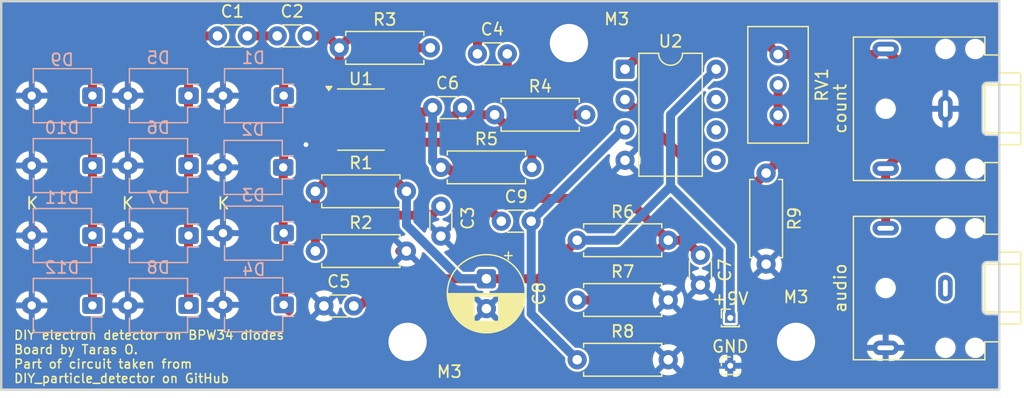
<source format=kicad_pcb>
(kicad_pcb (version 20241229) (generator "pcbnew") (generator_version "9.0")
  (title_block (title "DIY Particle Detector") (date "2018-06-01") (rev "V1.2") (company "CERN") (comment 1 "CERN open hardware license V1.2") (comment 2 "Oliver Keller"))
  (layers (0 "F.Cu" signal) (2 "B.Cu" power) (13 "F.Paste" user) (15 "B.Paste" user) (5 "F.SilkS" user "F.Silkscreen") (7 "B.SilkS" user "B.Silkscreen") (1 "F.Mask" user) (3 "B.Mask" user) (25 "Edge.Cuts" user))
  (net 0 "")
  (net 1 "Net-(D1-K)")
  (net 2 "Net-(C1-Pad2)")
  (net 3 "Net-(U1-Out1)")
  (net 4 "GND")
  (net 5 "Net-(U1-In1+)")
  (net 6 "Net-(U1-Out2)")
  (net 7 "+9V")
  (net 8 "/Output")
  (net 9 "Net-(C4-Pad2)")
  (net 10 "Net-(U1-In2-)")
  (net 11 "Net-(U1-In2+)")
  (net 12 "Net-(J3-PadR)")
  (net 14 "Net-(U2A--)")
  (footprint "Package_SO:JEITA_SOIC-8_3.9x4.9mm_P1.27mm" (layer "F.Cu") (at 84.595 65.905)
    (property "Reference" "U1" (at 0 -3.4 0) (layer "F.SilkS"))
    (property "Value" "OPA2140")
    (pad "1" smd roundrect (at -2.65 -1.905) (size 1.5 0.55) (layers "F.Cu" "F.Mask" "F.Paste") (net 3 "Net-(U1-Out1)"))
    (pad "2" smd roundrect (at -2.65 -0.635) (size 1.5 0.55) (layers "F.Cu" "F.Mask" "F.Paste") (net 1 "Net-(D1-K)"))
    (pad "3" smd roundrect (at -2.65 0.635) (size 1.5 0.55) (layers "F.Cu" "F.Mask" "F.Paste") (net 5 "Net-(U1-In1+)"))
    (pad "4" smd roundrect (at -2.65 1.905) (size 1.5 0.55) (layers "F.Cu" "F.Mask" "F.Paste") (net 4 "GND"))
    (pad "5" smd roundrect (at 2.65 1.905) (size 1.5 0.55) (layers "F.Cu" "F.Mask" "F.Paste") (net 11 "Net-(U1-In2+)"))
    (pad "6" smd roundrect (at 2.65 0.635) (size 1.5 0.55) (layers "F.Cu" "F.Mask" "F.Paste") (net 10 "Net-(U1-In2-)"))
    (pad "7" smd roundrect (at 2.65 -0.635) (size 1.5 0.55) (layers "F.Cu" "F.Mask" "F.Paste") (net 6 "Net-(U1-Out2)"))
    (pad "8" smd roundrect (at 2.65 -1.905) (size 1.5 0.55) (layers "F.Cu" "F.Mask" "F.Paste") (net 7 "+9V"))
  )
  (footprint "Capacitor_THT:C_Disc_D3.0mm_W1.6mm_P2.50mm" (layer "F.Cu") (at 96.345 74.405)
    (property "Reference" "C9" (at 1.25 -2.05 0) (layer "F.SilkS"))
    (property "Value" "100n")
    (pad "1" thru_hole circle (at 0 0) (size 1.6 1.6) (drill 0.8) (layers "*.Cu" "*.Mask") (net 6 "Net-(U1-Out2)"))
    (pad "2" thru_hole circle (at 2.5 0) (size 1.6 1.6) (drill 0.8) (layers "*.Cu" "*.Mask") (net 8 "/Output"))
  )
  (footprint "Capacitor_THT:C_Disc_D3.0mm_W1.6mm_P2.50mm" (layer "F.Cu") (at 113 77.25 -90)
    (property "Reference" "C7" (at 1.25 -2.05 90) (layer "F.SilkS"))
    (property "Value" "100n")
    (pad "1" thru_hole circle (at 0 0 270) (size 1.6 1.6) (drill 0.8) (layers "*.Cu" "*.Mask") (net 11 "Net-(U1-In2+)"))
    (pad "2" thru_hole circle (at 2.5 0 270) (size 1.6 1.6) (drill 0.8) (layers "*.Cu" "*.Mask") (net 4 "GND"))
  )
  (footprint "Resistor_THT:R_Axial_DIN0207_L6.3mm_D2.5mm_P7.62mm_Horizontal" (layer "F.Cu") (at 102.69 76)
    (property "Reference" "R6" (at 3.81 -2.37 0) (layer "F.SilkS"))
    (property "Value" "10k")
    (pad "1" thru_hole circle (at 0 0) (size 1.6 1.6) (drill 0.8) (layers "*.Cu" "*.Mask") (net 7 "+9V"))
    (pad "2" thru_hole circle (at 7.62 0) (size 1.6 1.6) (drill 0.8) (layers "*.Cu" "*.Mask") (net 11 "Net-(U1-In2+)"))
  )
  (footprint "Connector_PinHeader_1.00mm:PinHeader_1x01_P1.00mm_Vertical" (layer "F.Cu") (at 115.5 82.5)
    (property "Reference" "+9V" (at 0 -1.61 0) (layer "F.SilkS"))
    (property "Value" "+9V")
    (pad "1" thru_hole rect (at 0 0) (size 0.85 0.85) (drill 0.5) (layers "*.Cu" "*.Mask") (net 7 "+9V"))
  )
  (footprint "Capacitor_THT:CP_Radial_D6.3mm_P2.50mm" (layer "F.Cu") (at 95.095 79.222621 -90)
    (property "Reference" "C8" (at 1.25 -4.4 90) (layer "F.SilkS"))
    (property "Value" "47u")
    (pad "1" thru_hole roundrect (at 0 0 270) (size 1.6 1.6) (drill 0.8) (layers "*.Cu" "*.Mask") (roundrect_rratio 0.15625) (net 7 "+9V"))
    (pad "2" thru_hole circle (at 2.5 0 270) (size 1.6 1.6) (drill 0.8) (layers "*.Cu" "*.Mask") (net 4 "GND"))
  )
  (footprint "Resistor_THT:R_Axial_DIN0207_L6.3mm_D2.5mm_P7.62mm_Horizontal" (layer "F.Cu") (at 80.785 71.905)
    (property "Reference" "R1" (at 3.81 -2.37 0) (layer "F.SilkS"))
    (property "Value" "4k7")
    (pad "1" thru_hole circle (at 0 0) (size 1.6 1.6) (drill 0.8) (layers "*.Cu" "*.Mask") (net 5 "Net-(U1-In1+)"))
    (pad "2" thru_hole circle (at 7.62 0) (size 1.6 1.6) (drill 0.8) (layers "*.Cu" "*.Mask") (net 7 "+9V"))
  )
  (footprint "Resistor_THT:R_Axial_DIN0207_L6.3mm_D2.5mm_P7.62mm_Horizontal" (layer "F.Cu") (at 95.785 65.5)
    (property "Reference" "R4" (at 3.81 -2.37 0) (layer "F.SilkS"))
    (property "Value" "1K")
    (pad "1" thru_hole circle (at 0 0) (size 1.6 1.6) (drill 0.8) (layers "*.Cu" "*.Mask") (net 10 "Net-(U1-In2-)"))
    (pad "2" thru_hole circle (at 7.62 0) (size 1.6 1.6) (drill 0.8) (layers "*.Cu" "*.Mask") (net 9 "Net-(C4-Pad2)"))
  )
  (footprint "Connector_Audio:Jack_3.5mm_CUI_SJ1-3523N_Horizontal" (layer "F.Cu") (at 133.5 65 90)
    (property "Reference" "count" (at 0 -8.8 90) (layer "F.SilkS"))
    (property "Value" "spectrum")
    (fp_line (start 1.8 3.1) (end -1.8 3.1) (stroke (width 0.12)) (layer "Edge.Cuts"))
    (fp_line (start 2.2 3.5) (end 2.2 4.5) (stroke (width 0.12)) (layer "Edge.Cuts"))
    (fp_line (start -2.2 3.5) (end -2.2 4.5) (stroke (width 0.12)) (layer "Edge.Cuts"))
    (fp_line (start 2.2 4.5) (end 6.5 4.5) (stroke (width 0.12)) (layer "Edge.Cuts"))
    (fp_line (start -2.2 4.5) (end -6.5 4.5) (stroke (width 0.12)) (layer "Edge.Cuts"))
    (fp_arc (start 1.8 3.1) (mid 2.082843 3.217157) (end 2.2 3.5) (stroke (width 0.12)) (layer "Edge.Cuts"))
    (fp_arc (start -2.2 3.5) (mid -2.082843 3.217158) (end -1.8 3.1) (stroke (width 0.12)) (layer "Edge.Cuts"))
    (pad "" np_thru_hole circle (at -5 0 90) (size 1.2 1.2) (drill 1.2) (layers "*.Cu" "*.Mask"))
    (pad "" np_thru_hole circle (at -5 2.5 90) (size 1.2 1.2) (drill 1.2) (layers "*.Cu" "*.Mask"))
    (pad "" np_thru_hole circle (at 0 -5 90) (size 1.2 1.2) (drill 1.2) (layers "*.Cu" "*.Mask"))
    (pad "" np_thru_hole circle (at 5 0 90) (size 1.2 1.2) (drill 1.2) (layers "*.Cu" "*.Mask"))
    (pad "" np_thru_hole circle (at 5 2.5 90) (size 1.2 1.2) (drill 1.2) (layers "*.Cu" "*.Mask"))
    (pad "R" thru_hole oval (at -5 -5 90) (size 1.2 2.2) (drill oval 0.4 1.4) (layers "*.Cu" "*.Mask") (net 12 "Net-(J3-PadR)"))
    (pad "S" thru_hole oval (at 0 0 90) (size 2.2 1.2) (drill oval 1.4 0.4) (layers "*.Cu" "*.Mask") (net 4 "GND"))
    (pad "T" thru_hole oval (at 5 -5 270) (size 1.2 2.2) (drill oval 0.4 1.4) (layers "*.Cu" "*.Mask") (net 12 "Net-(J3-PadR)"))
  )
  (footprint "Package_DIP:DIP-8_W7.62mm" (layer "F.Cu") (at 106.695 61.69)
    (property "Reference" "U2" (at 3.81 -2.33 0) (layer "F.SilkS"))
    (property "Value" "LM358")
    (pad "1" thru_hole roundrect (at 0 0) (size 1.6 1.6) (drill 0.8) (layers "*.Cu" "*.Mask") (roundrect_rratio 0.15625) (net 12 "Net-(J3-PadR)"))
    (pad "2" thru_hole circle (at 0 2.54) (size 1.6 1.6) (drill 0.8) (layers "*.Cu" "*.Mask") (net 14 "Net-(U2A--)"))
    (pad "3" thru_hole circle (at 0 5.08) (size 1.6 1.6) (drill 0.8) (layers "*.Cu" "*.Mask") (net 8 "/Output"))
    (pad "4" thru_hole circle (at 0 7.62) (size 1.6 1.6) (drill 0.8) (layers "*.Cu" "*.Mask") (net 4 "GND"))
    (pad "5" thru_hole circle (at 7.62 7.62) (size 1.6 1.6) (drill 0.8) (layers "*.Cu" "*.Mask"))
    (pad "6" thru_hole circle (at 7.62 5.08) (size 1.6 1.6) (drill 0.8) (layers "*.Cu" "*.Mask"))
    (pad "7" thru_hole circle (at 7.62 2.54) (size 1.6 1.6) (drill 0.8) (layers "*.Cu" "*.Mask"))
    (pad "8" thru_hole circle (at 7.62 0) (size 1.6 1.6) (drill 0.8) (layers "*.Cu" "*.Mask") (net 7 "+9V"))
  )
  (footprint "Connector_PinHeader_1.00mm:PinHeader_1x01_P1.00mm_Vertical" (layer "F.Cu") (at 115.5 86.5)
    (property "Reference" "GND" (at 0 -1.61 0) (layer "F.SilkS"))
    (property "Value" "GND")
    (pad "1" thru_hole rect (at 0 0) (size 0.85 0.85) (drill 0.5) (layers "*.Cu" "*.Mask") (net 4 "GND"))
  )
  (footprint "MountingHole:MountingHole_3.2mm_M3_DIN965_Pad_TopBottom" (layer "F.Cu") (at 102 59.5)
    (property "Reference" "M3" (at 4 -2 0) (layer "F.SilkS"))
    (property "Value" "M3 support")
    (pad "1" thru_hole circle (at 0 0) (size 3.6 3.6) (drill 3.2) (layers "*.Cu" "*.Mask") (net 4 "GND"))
    (pad "1" connect circle (at 0 0) (size 5.6 5.6) (layers "F.Cu" "F.Mask") (net 4 "GND"))
    (pad "1" connect circle (at 0 0) (size 5.6 5.6) (layers "B.Cu" "B.Mask") (net 4 "GND"))
  )
  (footprint "Capacitor_THT:C_Disc_D3.0mm_W1.6mm_P2.50mm" (layer "F.Cu") (at 94.345 60.405)
    (property "Reference" "C4" (at 1.25 -2.05 0) (layer "F.SilkS"))
    (property "Value" "100n")
    (pad "1" thru_hole circle (at 0 0) (size 1.6 1.6) (drill 0.8) (layers "*.Cu" "*.Mask") (net 3 "Net-(U1-Out1)"))
    (pad "2" thru_hole circle (at 2.5 0) (size 1.6 1.6) (drill 0.8) (layers "*.Cu" "*.Mask") (net 9 "Net-(C4-Pad2)"))
  )
  (footprint "Capacitor_THT:C_Disc_D3.0mm_W1.6mm_P2.50mm" (layer "F.Cu") (at 77.595 58.905)
    (property "Reference" "C2" (at 1.25 -2.05 0) (layer "F.SilkS"))
    (property "Value" "10p")
    (pad "1" thru_hole circle (at 0 0) (size 1.6 1.6) (drill 0.8) (layers "*.Cu" "*.Mask") (net 2 "Net-(C1-Pad2)"))
    (pad "2" thru_hole circle (at 2.5 0) (size 1.6 1.6) (drill 0.8) (layers "*.Cu" "*.Mask") (net 3 "Net-(U1-Out1)"))
  )
  (footprint "Resistor_THT:R_Axial_DIN0207_L6.3mm_D2.5mm_P7.62mm_Horizontal" (layer "F.Cu") (at 102.69 81)
    (property "Reference" "R7" (at 3.81 -2.37 0) (layer "F.SilkS"))
    (property "Value" "10k")
    (pad "1" thru_hole circle (at 0 0) (size 1.6 1.6) (drill 0.8) (layers "*.Cu" "*.Mask") (net 11 "Net-(U1-In2+)"))
    (pad "2" thru_hole circle (at 7.62 0) (size 1.6 1.6) (drill 0.8) (layers "*.Cu" "*.Mask") (net 4 "GND"))
  )
  (footprint "Resistor_THT:R_Axial_DIN0207_L6.3mm_D2.5mm_P7.62mm_Horizontal" (layer "F.Cu") (at 118.5 70.38 -90)
    (property "Reference" "R9" (at 3.81 -2.37 90) (layer "F.SilkS"))
    (property "Value" "3k3")
    (pad "1" thru_hole circle (at 0 0 270) (size 1.6 1.6) (drill 0.8) (layers "*.Cu" "*.Mask") (net 14 "Net-(U2A--)"))
    (pad "2" thru_hole circle (at 7.62 0 270) (size 1.6 1.6) (drill 0.8) (layers "*.Cu" "*.Mask") (net 4 "GND"))
  )
  (footprint "Potentiometer_THT:Potentiometer_Bourns_3296W_Vertical" (layer "F.Cu") (at 119.5 65.54 -90)
    (property "Reference" "RV1" (at -2.54 -3.66 90) (layer "F.SilkS"))
    (property "Value" "100k")
    (pad "1" thru_hole circle (at 0 0 270) (size 1.44 1.44) (drill 0.8) (layers "*.Cu" "*.Mask") (net 14 "Net-(U2A--)"))
    (pad "2" thru_hole circle (at -2.54 0 270) (size 1.44 1.44) (drill 0.8) (layers "*.Cu" "*.Mask") (net 14 "Net-(U2A--)"))
    (pad "3" thru_hole circle (at -5.08 0 270) (size 1.44 1.44) (drill 0.8) (layers "*.Cu" "*.Mask") (net 12 "Net-(J3-PadR)"))
  )
  (footprint "Capacitor_THT:C_Disc_D3.0mm_W1.6mm_P2.50mm" (layer "F.Cu") (at 90.595 64.905)
    (property "Reference" "C6" (at 1.25 -2.05 0) (layer "F.SilkS"))
    (property "Value" "10p")
    (pad "1" thru_hole circle (at 0 0) (size 1.6 1.6) (drill 0.8) (layers "*.Cu" "*.Mask") (net 6 "Net-(U1-Out2)"))
    (pad "2" thru_hole circle (at 2.5 0) (size 1.6 1.6) (drill 0.8) (layers "*.Cu" "*.Mask") (net 10 "Net-(U1-In2-)"))
  )
  (footprint "MountingHole:MountingHole_3.2mm_M3_DIN965_Pad_TopBottom" (layer "F.Cu") (at 121 84.5)
    (property "Reference" "M3" (at 0 -3.75 0) (layer "F.SilkS"))
    (property "Value" "M3 support")
    (pad "1" thru_hole circle (at 0 0) (size 3.6 3.6) (drill 3.2) (layers "*.Cu" "*.Mask") (net 4 "GND"))
    (pad "1" connect circle (at 0 0) (size 5.6 5.6) (layers "F.Cu" "F.Mask") (net 4 "GND"))
    (pad "1" connect circle (at 0 0) (size 5.6 5.6) (layers "B.Cu" "B.Mask") (net 4 "GND"))
  )
  (footprint "Capacitor_THT:C_Disc_D3.0mm_W1.6mm_P2.50mm" (layer "F.Cu") (at 81.5 81.5)
    (property "Reference" "C5" (at 1.25 -2.05 0) (layer "F.SilkS"))
    (property "Value" "100n")
    (pad "1" thru_hole circle (at 0 0) (size 1.6 1.6) (drill 0.8) (layers "*.Cu" "*.Mask") (net 4 "GND"))
    (pad "2" thru_hole circle (at 2.5 0) (size 1.6 1.6) (drill 0.8) (layers "*.Cu" "*.Mask") (net 7 "+9V"))
  )
  (footprint "Resistor_THT:R_Axial_DIN0207_L6.3mm_D2.5mm_P7.62mm_Horizontal" (layer "F.Cu") (at 82.785 59.905)
    (property "Reference" "R3" (at 3.81 -2.37 0) (layer "F.SilkS"))
    (property "Value" "10M")
    (pad "1" thru_hole circle (at 0 0) (size 1.6 1.6) (drill 0.8) (layers "*.Cu" "*.Mask") (net 3 "Net-(U1-Out1)"))
    (pad "2" thru_hole circle (at 7.62 0) (size 1.6 1.6) (drill 0.8) (layers "*.Cu" "*.Mask") (net 1 "Net-(D1-K)"))
  )
  (footprint "Capacitor_THT:C_Disc_D3.0mm_W1.6mm_P2.50mm" (layer "F.Cu") (at 72.595 58.905)
    (property "Reference" "C1" (at 1.25 -2.05 0) (layer "F.SilkS"))
    (property "Value" "10p")
    (pad "1" thru_hole circle (at 0 0) (size 1.6 1.6) (drill 0.8) (layers "*.Cu" "*.Mask") (net 1 "Net-(D1-K)"))
    (pad "2" thru_hole circle (at 2.5 0) (size 1.6 1.6) (drill 0.8) (layers "*.Cu" "*.Mask") (net 2 "Net-(C1-Pad2)"))
  )
  (footprint "Resistor_THT:R_Axial_DIN0207_L6.3mm_D2.5mm_P7.62mm_Horizontal" (layer "F.Cu") (at 80.785 76.905)
    (property "Reference" "R2" (at 3.81 -2.37 0) (layer "F.SilkS"))
    (property "Value" "15k")
    (pad "1" thru_hole circle (at 0 0) (size 1.6 1.6) (drill 0.8) (layers "*.Cu" "*.Mask") (net 5 "Net-(U1-In1+)"))
    (pad "2" thru_hole circle (at 7.62 0) (size 1.6 1.6) (drill 0.8) (layers "*.Cu" "*.Mask") (net 4 "GND"))
  )
  (footprint "MountingHole:MountingHole_3.2mm_M3_DIN965_Pad_TopBottom" (layer "F.Cu") (at 88.5 84.5)
    (property "Reference" "M3" (at 3.5 2.5 0) (layer "F.SilkS"))
    (property "Value" "M3 support")
    (pad "1" thru_hole circle (at 0 0) (size 3.6 3.6) (drill 3.2) (layers "*.Cu" "*.Mask") (net 4 "GND"))
    (pad "1" connect circle (at 0 0) (size 5.6 5.6) (layers "F.Cu" "F.Mask") (net 4 "GND"))
    (pad "1" connect circle (at 0 0) (size 5.6 5.6) (layers "B.Cu" "B.Mask") (net 4 "GND"))
  )
  (footprint "Resistor_THT:R_Axial_DIN0207_L6.3mm_D2.5mm_P7.62mm_Horizontal" (layer "F.Cu") (at 102.69 86)
    (property "Reference" "R8" (at 3.81 -2.37 0) (layer "F.SilkS"))
    (property "Value" "2k2")
    (pad "1" thru_hole circle (at 0 0) (size 1.6 1.6) (drill 0.8) (layers "*.Cu" "*.Mask") (net 8 "/Output"))
    (pad "2" thru_hole circle (at 7.62 0) (size 1.6 1.6) (drill 0.8) (layers "*.Cu" "*.Mask") (net 4 "GND"))
  )
  (footprint "Capacitor_THT:C_Disc_D3.0mm_W1.6mm_P2.50mm" (layer "F.Cu") (at 91.285 73.155 -90)
    (property "Reference" "C3" (at 1 -2.25 90) (layer "F.SilkS"))
    (property "Value" "100n")
    (pad "1" thru_hole circle (at 0 0 270) (size 1.6 1.6) (drill 0.8) (layers "*.Cu" "*.Mask") (net 5 "Net-(U1-In1+)"))
    (pad "2" thru_hole circle (at 2.5 0 270) (size 1.6 1.6) (drill 0.8) (layers "*.Cu" "*.Mask") (net 4 "GND"))
  )
  (footprint "Resistor_THT:R_Axial_DIN0207_L6.3mm_D2.5mm_P7.62mm_Horizontal" (layer "F.Cu") (at 91.285 69.905)
    (property "Reference" "R5" (at 3.81 -2.37 0) (layer "F.SilkS"))
    (property "Value" "100k")
    (pad "1" thru_hole circle (at 0 0) (size 1.6 1.6) (drill 0.8) (layers "*.Cu" "*.Mask") (net 6 "Net-(U1-Out2)"))
    (pad "2" thru_hole circle (at 7.62 0) (size 1.6 1.6) (drill 0.8) (layers "*.Cu" "*.Mask") (net 10 "Net-(U1-In2-)"))
  )
  (footprint "Connector_Audio:Jack_3.5mm_CUI_SJ1-3523N_Horizontal" (layer "F.Cu") (at 133.5 80 90)
    (property "Reference" "audio" (at 0 -8.8 90) (layer "F.SilkS"))
    (property "Value" "audio")
    (fp_line (start 1.8 3.1) (end -1.8 3.1) (stroke (width 0.12)) (layer "Edge.Cuts"))
    (fp_line (start 2.2 3.5) (end 2.2 4.5) (stroke (width 0.12)) (layer "Edge.Cuts"))
    (fp_line (start -2.2 3.5) (end -2.2 4.5) (stroke (width 0.12)) (layer "Edge.Cuts"))
    (fp_line (start 2.2 4.5) (end 6.5 4.5) (stroke (width 0.12)) (layer "Edge.Cuts"))
    (fp_line (start -2.2 4.5) (end -6.5 4.5) (stroke (width 0.12)) (layer "Edge.Cuts"))
    (fp_arc (start 1.8 3.1) (mid 2.082843 3.217157) (end 2.2 3.5) (stroke (width 0.12)) (layer "Edge.Cuts"))
    (fp_arc (start -2.2 3.5) (mid -2.082843 3.217158) (end -1.8 3.1) (stroke (width 0.12)) (layer "Edge.Cuts"))
    (pad "" np_thru_hole circle (at -5 0 90) (size 1.2 1.2) (drill 1.2) (layers "*.Cu" "*.Mask"))
    (pad "" np_thru_hole circle (at -5 2.5 90) (size 1.2 1.2) (drill 1.2) (layers "*.Cu" "*.Mask"))
    (pad "" np_thru_hole circle (at 0 -5 90) (size 1.2 1.2) (drill 1.2) (layers "*.Cu" "*.Mask"))
    (pad "" np_thru_hole circle (at 5 0 90) (size 1.2 1.2) (drill 1.2) (layers "*.Cu" "*.Mask"))
    (pad "" np_thru_hole circle (at 5 2.5 90) (size 1.2 1.2) (drill 1.2) (layers "*.Cu" "*.Mask"))
    (pad "R" thru_hole oval (at -5 -5 90) (size 1.2 2.2) (drill oval 0.4 1.4) (layers "*.Cu" "*.Mask") (net 4 "GND"))
    (pad "S" thru_hole oval (at 0 0 90) (size 2.2 1.2) (drill oval 1.4 0.4) (layers "*.Cu" "*.Mask"))
    (pad "T" thru_hole oval (at 5 -5 270) (size 1.2 2.2) (drill oval 0.4 1.4) (layers "*.Cu" "*.Mask") (net 12 "Net-(J3-PadR)"))
  )
  (footprint "OptoDevice:Osram_DIL2_4.3x4.65mm_P5.08mm" (layer "B.Cu") (at 78.135 81.405 180)
    (property "Reference" "D4" (at 2.5 2.95 0) (layer "B.SilkS") (effects (justify mirror)))
    (property "Value" "DNP")
    (pad "1" thru_hole roundrect (at 0 0 180) (size 1.7 1.4) (drill 0.7) (layers "*.Cu" "*.Mask") (roundrect_rratio 0.178) (net 1 "Net-(D1-K)"))
    (pad "2" thru_hole oval (at 5.08 0 180) (size 1.7 1.4) (drill 0.7) (layers "*.Cu" "*.Mask") (net 4 "GND"))
  )
  (footprint "OptoDevice:Osram_DIL2_4.3x4.65mm_P5.08mm" (layer "B.Cu") (at 78.135 63.905 180)
    (property "Reference" "D1" (at 2.54 3.17 0) (layer "B.SilkS") (effects (justify mirror)))
    (property "Value" "BPX61")
    (pad "1" thru_hole roundrect (at 0 0 180) (size 1.7 1.4) (drill 0.7) (layers "*.Cu" "*.Mask") (roundrect_rratio 0.178) (net 1 "Net-(D1-K)"))
    (pad "2" thru_hole oval (at 5.08 0 180) (size 1.7 1.4) (drill 0.7) (layers "*.Cu" "*.Mask") (net 4 "GND"))
  )
  (footprint "OptoDevice:Osram_DIL2_4.3x4.65mm_P5.08mm" (layer "B.Cu") (at 78.135 75.405 180)
    (property "Reference" "D3" (at 2.54 3.17 0) (layer "B.SilkS") (effects (justify mirror)))
    (property "Value" "DNP")
    (pad "1" thru_hole roundrect (at 0 0 180) (size 1.7 1.4) (drill 0.7) (layers "*.Cu" "*.Mask") (roundrect_rratio 0.178) (net 1 "Net-(D1-K)"))
    (pad "2" thru_hole oval (at 5.08 0 180) (size 1.7 1.4) (drill 0.7) (layers "*.Cu" "*.Mask") (net 4 "GND"))
  )
  (footprint "OptoDevice:Osram_DIL2_4.3x4.65mm_P5.08mm" (layer "B.Cu") (at 78.095 69.905 180)
    (property "Reference" "D2" (at 2.54 3.17 0) (layer "B.SilkS") (effects (justify mirror)))
    (property "Value" "DNP")
    (pad "1" thru_hole roundrect (at 0 0 180) (size 1.7 1.4) (drill 0.7) (layers "*.Cu" "*.Mask") (roundrect_rratio 0.178) (net 1 "Net-(D1-K)"))
    (pad "2" thru_hole oval (at 5.08 0 180) (size 1.7 1.4) (drill 0.7) (layers "*.Cu" "*.Mask") (net 4 "GND"))
  )
  (footprint "OptoDevice:Osram_DIL2_4.3x4.65mm_P5.08mm" (layer "B.Cu") (at 70.175 63.905 180)
    (property "Reference" "D5" (at 2.54 3.17 0) (layer "B.SilkS") (effects (justify mirror)))
    (property "Value" "DNP")
    (pad "1" thru_hole roundrect (at 0 0 180) (size 1.7 1.4) (drill 0.7) (layers "*.Cu" "*.Mask") (roundrect_rratio 0.178) (net 1 "Net-(D1-K)"))
    (pad "2" thru_hole oval (at 5.08 0 180) (size 1.7 1.4) (drill 0.7) (layers "*.Cu" "*.Mask") (net 4 "GND"))
  )
  (footprint "OptoDevice:Osram_DIL2_4.3x4.65mm_P5.08mm" (layer "B.Cu") (at 62.135 81.455 180)
    (property "Reference" "D12" (at 2.54 3.17 0) (layer "B.SilkS") (effects (justify mirror)))
    (property "Value" "BPX61")
    (pad "1" thru_hole roundrect (at 0 0 180) (size 1.7 1.4) (drill 0.7) (layers "*.Cu" "*.Mask") (roundrect_rratio 0.178) (net 1 "Net-(D1-K)"))
    (pad "2" thru_hole oval (at 5.08 0 180) (size 1.7 1.4) (drill 0.7) (layers "*.Cu" "*.Mask") (net 4 "GND"))
  )
  (footprint "OptoDevice:Osram_DIL2_4.3x4.65mm_P5.08mm" (layer "B.Cu") (at 62.135 75.605 180)
    (property "Reference" "D11" (at 2.54 3.17 0) (layer "B.SilkS") (effects (justify mirror)))
    (property "Value" "DNP")
    (pad "1" thru_hole roundrect (at 0 0 180) (size 1.7 1.4) (drill 0.7) (layers "*.Cu" "*.Mask") (roundrect_rratio 0.178) (net 1 "Net-(D1-K)"))
    (pad "2" thru_hole oval (at 5.08 0 180) (size 1.7 1.4) (drill 0.7) (layers "*.Cu" "*.Mask") (net 4 "GND"))
  )
  (footprint "OptoDevice:Osram_DIL2_4.3x4.65mm_P5.08mm" (layer "B.Cu") (at 70.175 81.455 180)
    (property "Reference" "D8" (at 2.54 3.17 0) (layer "B.SilkS") (effects (justify mirror)))
    (property "Value" "BPX61")
    (pad "1" thru_hole roundrect (at 0 0 180) (size 1.7 1.4) (drill 0.7) (layers "*.Cu" "*.Mask") (roundrect_rratio 0.178) (net 1 "Net-(D1-K)"))
    (pad "2" thru_hole oval (at 5.08 0 180) (size 1.7 1.4) (drill 0.7) (layers "*.Cu" "*.Mask") (net 4 "GND"))
  )
  (footprint "OptoDevice:Osram_DIL2_4.3x4.65mm_P5.08mm" (layer "B.Cu") (at 70.175 69.755 180)
    (property "Reference" "D6" (at 2.54 3.17 0) (layer "B.SilkS") (effects (justify mirror)))
    (property "Value" "DNP")
    (pad "1" thru_hole roundrect (at 0 0 180) (size 1.7 1.4) (drill 0.7) (layers "*.Cu" "*.Mask") (roundrect_rratio 0.178) (net 1 "Net-(D1-K)"))
    (pad "2" thru_hole oval (at 5.08 0 180) (size 1.7 1.4) (drill 0.7) (layers "*.Cu" "*.Mask") (net 4 "GND"))
  )
  (footprint "OptoDevice:Osram_DIL2_4.3x4.65mm_P5.08mm" (layer "B.Cu") (at 62.135 69.755 180)
    (property "Reference" "D10" (at 2.54 3.17 0) (layer "B.SilkS") (effects (justify mirror)))
    (property "Value" "DNP")
    (pad "1" thru_hole roundrect (at 0 0 180) (size 1.7 1.4) (drill 0.7) (layers "*.Cu" "*.Mask") (roundrect_rratio 0.178) (net 1 "Net-(D1-K)"))
    (pad "2" thru_hole oval (at 5.08 0 180) (size 1.7 1.4) (drill 0.7) (layers "*.Cu" "*.Mask") (net 4 "GND"))
  )
  (footprint "OptoDevice:Osram_DIL2_4.3x4.65mm_P5.08mm" (layer "B.Cu") (at 70.175 75.605 180)
    (property "Reference" "D7" (at 2.54 3.17 0) (layer "B.SilkS") (effects (justify mirror)))
    (property "Value" "DNP")
    (pad "1" thru_hole roundrect (at 0 0 180) (size 1.7 1.4) (drill 0.7) (layers "*.Cu" "*.Mask") (roundrect_rratio 0.178) (net 1 "Net-(D1-K)"))
    (pad "2" thru_hole oval (at 5.08 0 180) (size 1.7 1.4) (drill 0.7) (layers "*.Cu" "*.Mask") (net 4 "GND"))
  )
  (footprint "OptoDevice:Osram_DIL2_4.3x4.65mm_P5.08mm" (layer "B.Cu") (at 62.135 63.905 180)
    (property "Reference" "D9" (at 2.54 3 0) (layer "B.SilkS") (effects (justify mirror)))
    (property "Value" "DNP")
    (pad "1" thru_hole roundrect (at 0 0 180) (size 1.7 1.4) (drill 0.7) (layers "*.Cu" "*.Mask") (roundrect_rratio 0.178) (net 1 "Net-(D1-K)"))
    (pad "2" thru_hole oval (at 5.08 0 180) (size 1.7 1.4) (drill 0.7) (layers "*.Cu" "*.Mask") (net 4 "GND"))
  )
  (gr_rect (start 54.5 56) (end 138 88.5) (stroke (width 0.2)) (fill no) (layer "Edge.Cuts"))
  (gr_text "K" (at 64.5 73.5 0) (layer "F.SilkS") (effects (font (size 1 1)) (justify left bottom)))
  (gr_text "K" (at 56.5 73.5 0) (layer "F.SilkS") (effects (font (size 1 1)) (justify left bottom)))
  (gr_text "K" (at 72.5 73.5 0) (layer "F.SilkS") (effects (font (size 1 1)) (justify left bottom)))
  (gr_text "DIY electron detector on BPW34 diodes\nBoard by Taras O.\nPart of circuit taken from\nDIY_particle_detector on GitHub" (at 55.5 88 0) (layer "F.SilkS") (effects (font (size 0.75 0.75) (thickness 0.125)) (justify left bottom)))
  (segment (start 77 61) (end 70.175 61) (width 0.75) (layer "F.Cu") (net 1))
  (segment (start 62.135 75.605) (end 62.135 81.455) (width 0.75) (layer "F.Cu") (net 1))
  (segment (start 72.595 58.905) (end 71.095 58.905) (width 0.75) (layer "F.Cu") (net 1))
  (segment (start 70.175 59.825) (end 70.175 61) (width 0.75) (layer "F.Cu") (net 1))
  (segment (start 62.135 69.865) (end 62.175 69.905) (width 1.25) (layer "F.Cu") (net 1))
  (segment (start 78.135 65) (end 78.135 69.865) (width 0.75) (layer "F.Cu") (net 1))
  (segment (start 62.135 63.905) (end 62.135 69.755) (width 0.75) (layer "F.Cu") (net 1))
  (segment (start 81.945 65.27) (end 78.405 65.27) (width 0.75) (layer "F.Cu") (net 1))
  (segment (start 70.175 81.455) (end 70.175 75.605) (width 0.75) (layer "F.Cu") (net 1))
  (segment (start 71.095 58.905) (end 70.175 59.825) (width 0.75) (layer "F.Cu") (net 1))
  (segment (start 70.175 75.605) (end 70.175 69.755) (width 0.75) (layer "F.Cu") (net 1))
  (segment (start 70.175 69.755) (end 70.175 63.905) (width 0.75) (layer "F.Cu") (net 1))
  (segment (start 62.135 69.755) (end 62.135 75.605) (width 0.75) (layer "F.Cu") (net 1))
  (segment (start 84.095 64.905) (end 83.73 65.27) (width 0.75) (layer "F.Cu") (net 1))
  (segment (start 62.175 75.365) (end 62.135 75.405) (width 1.25) (layer "F.Cu") (net 1))
  (segment (start 78.135 81.405) (end 78.135 75.405) (width 0.75) (layer "F.Cu") (net 1))
  (segment (start 78.135 63.905) (end 78.135 65) (width 0.75) (layer "F.Cu") (net 1))
  (segment (start 84.095 62.405) (end 84.095 64.905) (width 0.75) (layer "F.Cu") (net 1))
  (segment (start 78.585 81.905) (end 78.135 81.455) (width 0.75) (layer "F.Cu") (net 1))
  (segment (start 63 61) (end 70.175 61) (width 0.75) (layer "F.Cu") (net 1))
  (segment (start 78.135 69.865) (end 78.095 69.905) (width 0.75) (layer "F.Cu") (net 1))
  (segment (start 78.135 63.905) (end 78.135 62.135) (width 0.75) (layer "F.Cu") (net 1))
  (segment (start 62.135 63.905) (end 62.135 61.865) (width 0.75) (layer "F.Cu") (net 1))
  (segment (start 70.175 61) (end 70.175 63.905) (width 0.75) (layer "F.Cu") (net 1))
  (segment (start 90.405 59.905) (end 86.595 59.905) (width 0.75) (layer "F.Cu") (net 1))
  (segment (start 78.095 75.365) (end 78.135 75.405) (width 0.75) (layer "F.Cu") (net 1))
  (segment (start 86.595 59.905) (end 84.095 62.405) (width 0.75) (layer "F.Cu") (net 1))
  (segment (start 83.73 65.27) (end 81.945 65.27) (width 0.75) (layer "F.Cu") (net 1))
  (segment (start 78.095 69.905) (end 78.095 75.365) (width 0.75) (layer "F.Cu") (net 1))
  (segment (start 78.135 62.135) (end 77 61) (width 0.75) (layer "F.Cu") (net 1))
  (segment (start 62.135 61.865) (end 63 61) (width 0.75) (layer "F.Cu") (net 1))
  (segment (start 78.405 65.27) (end 78.135 65) (width 0.75) (layer "F.Cu") (net 1))
  (segment (start 75.095 58.905) (end 77.595 58.905) (width 0.75) (layer "F.Cu") (net 2))
  (segment (start 82.785 59.905) (end 84.785 57.905) (width 0.75) (layer "F.Cu") (net 3))
  (segment (start 84.785 57.905) (end 93.095 57.905) (width 0.75) (layer "F.Cu") (net 3))
  (segment (start 82.785 63.16) (end 81.945 64) (width 0.75) (layer "F.Cu") (net 3))
  (segment (start 82.785 59.905) (end 82.785 63.16) (width 0.75) (layer "F.Cu") (net 3))
  (segment (start 93.095 57.905) (end 94.345 59.155) (width 0.75) (layer "F.Cu") (net 3))
  (segment (start 94.345 59.155) (end 94.345 60.405) (width 0.75) (layer "F.Cu") (net 3))
  (segment (start 81.785 58.905) (end 82.785 59.905) (width 0.75) (layer "F.Cu") (net 3))
  (segment (start 80.095 58.905) (end 81.785 58.905) (width 0.75) (layer "F.Cu") (net 3))
  (segment (start 80.19 67.81) (end 80 68) (width 0.75) (layer "F.Cu") (net 4))
  (segment (start 81.945 67.81) (end 80.19 67.81) (width 0.75) (layer "F.Cu") (net 4))
  (segment (start 57.095 75.365) (end 57.055 75.405) (width 1.25) (layer "F.Cu") (net 4))
  (segment (start 87.845 76.905) (end 88.405 76.905) (width 0.75) (layer "F.Cu") (net 4))
  (segment (start 57.055 69.865) (end 57.095 69.905) (width 1.25) (layer "F.Cu") (net 4))
  (via (at 80 68) (size 0.8) (drill 0.4) (layers "F.Cu" "B.Cu") (net 4))
  (segment (start 90.535 73.905) (end 80.785 73.905) (width 0.75) (layer "F.Cu") (net 5))
  (segment (start 80.785 71.905) (end 83.595 69.095) (width 0.75) (layer "F.Cu") (net 5))
  (segment (start 80.785 73.905) (end 80.785 71.905) (width 0.75) (layer "F.Cu") (net 5))
  (segment (start 83.595 69.095) (end 83.595 66.905) (width 0.75) (layer "F.Cu") (net 5))
  (segment (start 80.785 76.905) (end 80.785 73.905) (width 0.75) (layer "F.Cu") (net 5))
  (segment (start 83.23 66.54) (end 81.945 66.54) (width 0.75) (layer "F.Cu") (net 5))
  (segment (start 91.285 73.155) (end 90.535 73.905) (width 0.75) (layer "F.Cu") (net 5))
  (segment (start 83.595 66.905) (end 83.23 66.54) (width 0.75) (layer "F.Cu") (net 5))
  (segment (start 90.23 65.27) (end 90.595 64.905) (width 0.75) (layer "F.Cu") (net 6))
  (segment (start 91.845 69.905) (end 96.345 74.405) (width 0.75) (layer "F.Cu") (net 6))
  (segment (start 91.285 69.905) (end 91.845 69.905) (width 0.75) (layer "F.Cu") (net 6))
  (segment (start 87.245 65.27) (end 90.23 65.27) (width 0.75) (layer "F.Cu") (net 6))
  (segment (start 90.595 69.405) (end 90.595 64.905) (width 0.75) (layer "B.Cu") (net 6))
  (segment (start 91.285 69.905) (end 91.095 69.905) (width 0.75) (layer "B.Cu") (net 6))
  (segment (start 91.095 69.905) (end 90.595 69.405) (width 0.75) (layer "B.Cu") (net 6))
  (segment (start 95.095 79.222621) (end 99.467379 79.222621) (width 0.75) (layer "F.Cu") (net 7))
  (segment (start 88.405 71.905) (end 85.595 69.095) (width 0.75) (layer "F.Cu") (net 7))
  (segment (start 99.467379 79.222621) (end 102.69 76) (width 0.75) (layer "F.Cu") (net 7))
  (segment (start 86.777379 79.222621) (end 95.095 79.222621) (width 0.75) (layer "F.Cu") (net 7))
  (segment (start 85.595 64.905) (end 86.5 64) (width 0.75) (layer "F.Cu") (net 7))
  (segment (start 86.5 64) (end 87.245 64) (width 0.75) (layer "F.Cu") (net 7))
  (segment (start 84 81.5) (end 84.5 81.5) (width 0.75) (layer "F.Cu") (net 7))
  (segment (start 84.5 81.5) (end 86.777379 79.222621) (width 0.75) (layer "F.Cu") (net 7))
  (segment (start 85.595 69.095) (end 85.595 64.905) (width 0.75) (layer "F.Cu") (net 7))
  (segment (start 106 76) (end 110.5 71.5) (width 0.75) (layer "B.Cu") (net 7))
  (segment (start 88.405 74.720958) (end 92.906663 79.222621) (width 0.75) (layer "B.Cu") (net 7))
  (segment (start 88.405 71.905) (end 88.405 74.720958) (width 0.75) (layer "B.Cu") (net 7))
  (segment (start 115.5 82.5) (end 115.5 76.5) (width 0.75) (layer "B.Cu") (net 7))
  (segment (start 92.906663 79.222621) (end 95.095 79.222621) (width 0.75) (layer "B.Cu") (net 7))
  (segment (start 110.5 65.505) (end 114.315 61.69) (width 0.75) (layer "B.Cu") (net 7))
  (segment (start 110.5 71.5) (end 110.5 65.505) (width 0.75) (layer "B.Cu") (net 7))
  (segment (start 115.5 76.5) (end 110.5 71.5) (width 0.75) (layer "B.Cu") (net 7))
  (segment (start 102.69 76) (end 106 76) (width 0.75) (layer "B.Cu") (net 7))
  (segment (start 98.845 74.405) (end 98.845 82.155) (width 0.75) (layer "B.Cu") (net 8))
  (segment (start 98.845 74.405) (end 106.48 66.77) (width 0.75) (layer "B.Cu") (net 8))
  (segment (start 98.845 82.155) (end 102.69 86) (width 0.75) (layer "B.Cu") (net 8))
  (segment (start 106.48 66.77) (end 106.695 66.77) (width 0.75) (layer "B.Cu") (net 8))
  (segment (start 100 65.5) (end 96.845 62.345) (width 0.75) (layer "F.Cu") (net 9))
  (segment (start 103.405 65.5) (end 100 65.5) (width 0.75) (layer "F.Cu") (net 9))
  (segment (start 96.845 62.345) (end 96.845 60.405) (width 0.75) (layer "F.Cu") (net 9))
  (segment (start 93.69 65.5) (end 93.095 64.905) (width 0.75) (layer "F.Cu") (net 10))
  (segment (start 87.245 66.54) (end 91.46 66.54) (width 0.75) (layer "F.Cu") (net 10))
  (segment (start 91.46 66.54) (end 93.095 64.905) (width 0.75) (layer "F.Cu") (net 10))
  (segment (start 95.785 65.5) (end 93.69 65.5) (width 0.75) (layer "F.Cu") (net 10))
  (segment (start 98.905 68.62) (end 95.785 65.5) (width 0.75) (layer "F.Cu") (net 10))
  (segment (start 98.905 69.905) (end 98.905 68.62) (width 0.75) (layer "F.Cu") (net 10))
  (segment (start 110.31 76) (end 111.75 76) (width 0.75) (layer "F.Cu") (net 11))
  (segment (start 87.245 67.81) (end 94.195958 67.81) (width 0.75) (layer "F.Cu") (net 11))
  (segment (start 105.31 81) (end 110.31 76) (width 0.75) (layer "F.Cu") (net 11))
  (segment (start 111.75 76) (end 113 77.25) (width 0.75) (layer "F.Cu") (net 11))
  (segment (start 106.81 72.5) (end 110.31 76) (width 0.75) (layer "F.Cu") (net 11))
  (segment (start 94.195958 67.81) (end 98.885958 72.5) (width 0.75) (layer "F.Cu") (net 11))
  (segment (start 102.69 81) (end 105.31 81) (width 0.75) (layer "F.Cu") (net 11))
  (segment (start 98.885958 72.5) (end 106.81 72.5) (width 0.75) (layer "F.Cu") (net 11))
  (segment (start 108.885 59.5) (end 118.54 59.5) (width 0.75) (layer "F.Cu") (net 12))
  (segment (start 130.5 62) (end 128.5 60) (width 0.75) (layer "F.Cu") (net 12))
  (segment (start 128.5 70) (end 130.5 68) (width 0.75) (layer "F.Cu") (net 12))
  (segment (start 128.5 60) (end 128 60) (width 0.75) (layer "F.Cu") (net 12))
  (segment (start 106.695 61.69) (end 108.885 59.5) (width 0.75) (layer "F.Cu") (net 12))
  (segment (start 128 60) (end 127.54 60.46) (width 0.75) (layer "F.Cu") (net 12))
  (segment (start 128.5 75) (end 128.5 70) (width 0.75) (layer "F.Cu") (net 12))
  (segment (start 130.5 68) (end 130.5 62) (width 0.75) (layer "F.Cu") (net 12))
  (segment (start 118.54 59.5) (end 119.5 60.46) (width 0.75) (layer "F.Cu") (net 12))
  (segment (start 127.54 60.46) (end 119.5 60.46) (width 0.75) (layer "F.Cu") (net 12))
  (segment (start 117.700001 71.179999) (end 113.644999 71.179999) (width 0.75) (layer "F.Cu") (net 14))
  (segment (start 119.5 69.38) (end 118.5 70.38) (width 0.75) (layer "F.Cu") (net 14))
  (segment (start 119.5 63) (end 119.5 65.54) (width 0.75) (layer "F.Cu") (net 14))
  (segment (start 113.644999 71.179999) (end 106.695 64.23) (width 0.75) (layer "F.Cu") (net 14))
  (segment (start 118.5 70.38) (end 117.700001 71.179999) (width 0.75) (layer "F.Cu") (net 14))
  (segment (start 119.5 65.54) (end 119.5 69.38) (width 0.75) (layer "F.Cu") (net 14))
  (zone (net 4) (net_name "GND") (layer "B.Cu") (connect_pads (clearance 0.2)) (min_thickness 0.25) (fill yes (thermal_gap 0.5) (thermal_bridge_width 0.5))
    (polygon (pts (xy 54.5 56) (xy 138 56) (xy 138 88.5) (xy 54.5 88.5)))
  )
)
</source>
